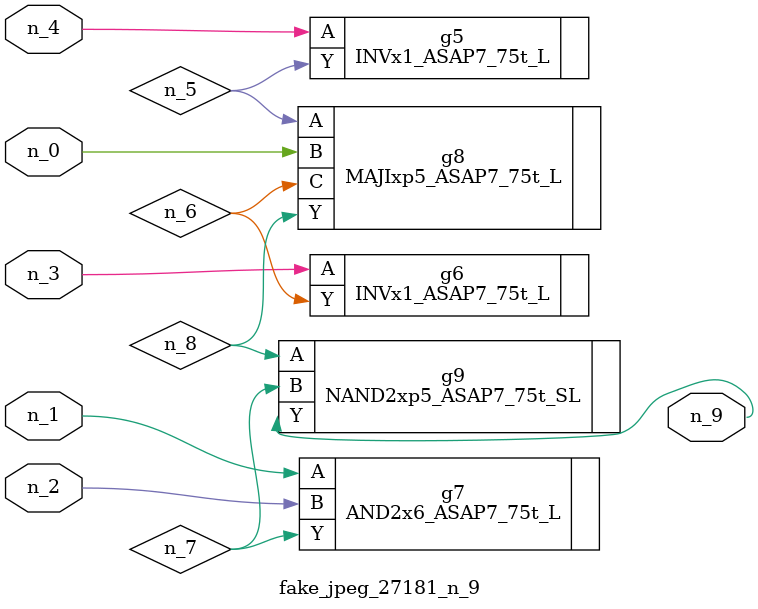
<source format=v>
module fake_jpeg_27181_n_9 (n_3, n_2, n_1, n_0, n_4, n_9);

input n_3;
input n_2;
input n_1;
input n_0;
input n_4;

output n_9;

wire n_8;
wire n_6;
wire n_5;
wire n_7;

INVx1_ASAP7_75t_L g5 ( 
.A(n_4),
.Y(n_5)
);

INVx1_ASAP7_75t_L g6 ( 
.A(n_3),
.Y(n_6)
);

AND2x6_ASAP7_75t_L g7 ( 
.A(n_1),
.B(n_2),
.Y(n_7)
);

MAJIxp5_ASAP7_75t_L g8 ( 
.A(n_5),
.B(n_0),
.C(n_6),
.Y(n_8)
);

NAND2xp5_ASAP7_75t_SL g9 ( 
.A(n_8),
.B(n_7),
.Y(n_9)
);


endmodule
</source>
